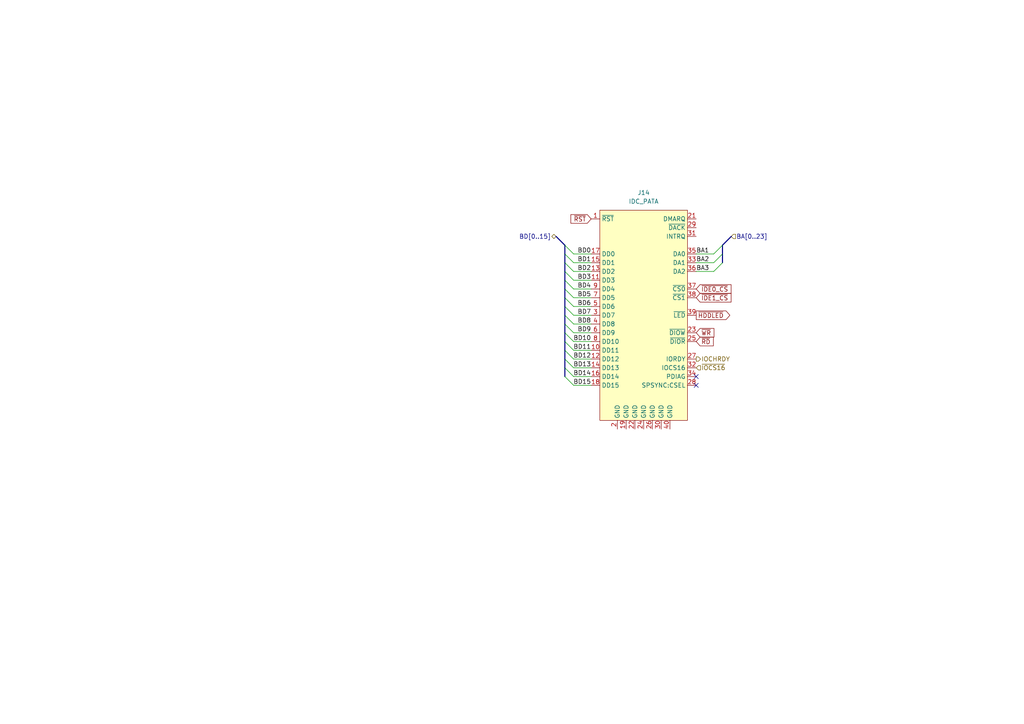
<source format=kicad_sch>
(kicad_sch (version 20231120) (generator "eeschema") (generator_version "8.0")
  (paper "A4")
  (lib_symbols
    (symbol "m68k-hbc-conn:IDC_PATA"
      (property "Reference" "J" (at 0 31.75 0))
      (property "Value" "IDC_PATA" (at 0 0 0))
      (symbol "IDC_PATA_1_1"
        (rectangle (start -12.7 30.48) (end 12.7 -30.48) (fill (type background)))
        (pin bidirectional line (at -15.24 27.94 0) (length 2.54) (name "~{RST}") (number "1"))
        (pin bidirectional line (at -15.24 -10.16 0) (length 2.54) (name "DD11") (number "10"))
        (pin bidirectional line (at -15.24 10.16 0) (length 2.54) (name "DD3") (number "11"))
        (pin bidirectional line (at -15.24 -12.7 0) (length 2.54) (name "DD12") (number "12"))
        (pin bidirectional line (at -15.24 12.7 0) (length 2.54) (name "DD2") (number "13"))
        (pin bidirectional line (at -15.24 -15.24 0) (length 2.54) (name "DD13") (number "14"))
        (pin bidirectional line (at -15.24 15.24 0) (length 2.54) (name "DD1") (number "15"))
        (pin bidirectional line (at -15.24 -17.78 0) (length 2.54) (name "DD14") (number "16"))
        (pin bidirectional line (at -15.24 17.78 0) (length 2.54) (name "DD0") (number "17"))
        (pin bidirectional line (at -15.24 -20.32 0) (length 2.54) (name "DD15") (number "18"))
        (pin power_in line (at -5.08 -33.02 90) (length 2.54) (name "GND") (number "19"))
        (pin power_in line (at -7.62 -33.02 90) (length 2.54) (name "GND") (number "2"))
        (pin output line (at 15.24 27.94 180) (length 2.54) (name "DMARQ") (number "21"))
        (pin power_in line (at -2.54 -33.02 90) (length 2.54) (name "GND") (number "22"))
        (pin input line (at 15.24 -5.08 180) (length 2.54) (name "~{DIOW}") (number "23"))
        (pin power_in line (at 0 -33.02 90) (length 2.54) (name "GND") (number "24"))
        (pin input line (at 15.24 -7.62 180) (length 2.54) (name "~{DIOR}") (number "25"))
        (pin power_in line (at 2.54 -33.02 90) (length 2.54) (name "GND") (number "26"))
        (pin output line (at 15.24 -12.7 180) (length 2.54) (name "IORDY") (number "27"))
        (pin output line (at 15.24 -20.32 180) (length 2.54) (name "SPSYNC:CSEL") (number "28"))
        (pin output line (at 15.24 25.4 180) (length 2.54) (name "~{DACK}") (number "29"))
        (pin bidirectional line (at -15.24 0 0) (length 2.54) (name "DD7") (number "3"))
        (pin power_in line (at 5.08 -33.02 90) (length 2.54) (name "GND") (number "30"))
        (pin output line (at 15.24 22.86 180) (length 2.54) (name "INTRQ") (number "31"))
        (pin output line (at 15.24 -15.24 180) (length 2.54) (name "IOCS16") (number "32"))
        (pin input line (at 15.24 15.24 180) (length 2.54) (name "DA1") (number "33"))
        (pin output line (at 15.24 -17.78 180) (length 2.54) (name "PDIAG") (number "34"))
        (pin input line (at 15.24 17.78 180) (length 2.54) (name "DA0") (number "35"))
        (pin input line (at 15.24 12.7 180) (length 2.54) (name "DA2") (number "36"))
        (pin input line (at 15.24 7.62 180) (length 2.54) (name "~{CS0}") (number "37"))
        (pin input line (at 15.24 5.08 180) (length 2.54) (name "~{CS1}") (number "38"))
        (pin output line (at 15.24 0 180) (length 2.54) (name "~{LED}") (number "39"))
        (pin bidirectional line (at -15.24 -2.54 0) (length 2.54) (name "DD8") (number "4"))
        (pin power_in line (at 7.62 -33.02 90) (length 2.54) (name "GND") (number "40"))
        (pin bidirectional line (at -15.24 2.54 0) (length 2.54) (name "DD6") (number "5"))
        (pin bidirectional line (at -15.24 -5.08 0) (length 2.54) (name "DD9") (number "6"))
        (pin bidirectional line (at -15.24 5.08 0) (length 2.54) (name "DD5") (number "7"))
        (pin bidirectional line (at -15.24 -7.62 0) (length 2.54) (name "DD10") (number "8"))
        (pin bidirectional line (at -15.24 7.62 0) (length 2.54) (name "DD4") (number "9"))
      )
    )
  )
  (no_connect (at 201.93 111.76))
  (no_connect (at 201.93 109.22))
  (bus_entry (at 166.37 101.6) (size -2.54 -2.54))
  (bus_entry (at 207.01 73.66) (size 2.54 -2.54))
  (bus_entry (at 166.37 83.82) (size -2.54 -2.54))
  (bus_entry (at 166.37 106.68) (size -2.54 -2.54))
  (bus_entry (at 166.37 76.2) (size -2.54 -2.54))
  (bus_entry (at 166.37 91.44) (size -2.54 -2.54))
  (bus_entry (at 166.37 81.28) (size -2.54 -2.54))
  (bus_entry (at 166.37 73.66) (size -2.54 -2.54))
  (bus_entry (at 166.37 111.76) (size -2.54 -2.54))
  (bus_entry (at 166.37 88.9) (size -2.54 -2.54))
  (bus_entry (at 166.37 93.98) (size -2.54 -2.54))
  (bus_entry (at 166.37 109.22) (size -2.54 -2.54))
  (bus_entry (at 166.37 86.36) (size -2.54 -2.54))
  (bus_entry (at 166.37 96.52) (size -2.54 -2.54))
  (bus_entry (at 166.37 104.14) (size -2.54 -2.54))
  (bus_entry (at 166.37 78.74) (size -2.54 -2.54))
  (bus_entry (at 207.01 78.74) (size 2.54 -2.54))
  (bus_entry (at 207.01 76.2) (size 2.54 -2.54))
  (bus_entry (at 166.37 99.06) (size -2.54 -2.54))
  (bus (pts (xy 163.83 78.74) (xy 163.83 76.2)))
  (wire (pts (xy 207.01 78.74) (xy 201.93 78.74)))
  (wire (pts (xy 166.37 96.52) (xy 171.45 96.52)))
  (bus (pts (xy 209.55 73.66) (xy 209.55 71.12)))
  (bus (pts (xy 163.83 106.68) (xy 163.83 104.14)))
  (wire (pts (xy 207.01 76.2) (xy 201.93 76.2)))
  (bus (pts (xy 163.83 101.6) (xy 163.83 99.06)))
  (wire (pts (xy 166.37 86.36) (xy 171.45 86.36)))
  (wire (pts (xy 166.37 109.22) (xy 171.45 109.22)))
  (bus (pts (xy 209.55 76.2) (xy 209.55 73.66)))
  (wire (pts (xy 166.37 104.14) (xy 171.45 104.14)))
  (bus (pts (xy 163.83 76.2) (xy 163.83 73.66)))
  (wire (pts (xy 166.37 106.68) (xy 171.45 106.68)))
  (wire (pts (xy 166.37 76.2) (xy 171.45 76.2)))
  (bus (pts (xy 163.83 104.14) (xy 163.83 101.6)))
  (wire (pts (xy 166.37 73.66) (xy 171.45 73.66)))
  (bus (pts (xy 163.83 73.66) (xy 163.83 71.12)))
  (bus (pts (xy 163.83 96.52) (xy 163.83 93.98)))
  (wire (pts (xy 166.37 91.44) (xy 171.45 91.44)))
  (wire (pts (xy 166.37 81.28) (xy 171.45 81.28)))
  (wire (pts (xy 166.37 88.9) (xy 171.45 88.9)))
  (bus (pts (xy 209.55 71.12) (xy 212.09 68.58)))
  (wire (pts (xy 166.37 99.06) (xy 171.45 99.06)))
  (bus (pts (xy 163.83 109.22) (xy 163.83 106.68)))
  (wire (pts (xy 166.37 78.74) (xy 171.45 78.74)))
  (bus (pts (xy 163.83 91.44) (xy 163.83 88.9)))
  (bus (pts (xy 163.83 88.9) (xy 163.83 86.36)))
  (bus (pts (xy 163.83 99.06) (xy 163.83 96.52)))
  (bus (pts (xy 163.83 81.28) (xy 163.83 78.74)))
  (wire (pts (xy 166.37 93.98) (xy 171.45 93.98)))
  (wire (pts (xy 207.01 73.66) (xy 201.93 73.66)))
  (bus (pts (xy 163.83 93.98) (xy 163.83 91.44)))
  (bus (pts (xy 163.83 86.36) (xy 163.83 83.82)))
  (bus (pts (xy 163.83 83.82) (xy 163.83 81.28)))
  (wire (pts (xy 166.37 101.6) (xy 171.45 101.6)))
  (bus (pts (xy 161.29 68.58) (xy 163.83 71.12)))
  (wire (pts (xy 166.37 83.82) (xy 171.45 83.82)))
  (wire (pts (xy 166.37 111.76) (xy 171.45 111.76)))
  (label "BD14" (at 171.45 109.22 180))
  (label "BD4" (at 171.45 83.82 180))
  (label "BD7" (at 171.45 91.44 180))
  (label "BD10" (at 171.45 99.06 180))
  (label "BD2" (at 171.45 78.74 180))
  (label "BD0" (at 171.45 73.66 180))
  (label "BD13" (at 171.45 106.68 180))
  (label "BD6" (at 171.45 88.9 180))
  (label "BD3" (at 171.45 81.28 180))
  (label "BD5" (at 171.45 86.36 180))
  (label "BD11" (at 171.45 101.6 180))
  (label "BA3" (at 201.93 78.74 0))
  (label "BD9" (at 171.45 96.52 180))
  (label "BD12" (at 171.45 104.14 180))
  (label "BA1" (at 201.93 73.66 0))
  (label "BD8" (at 171.45 93.98 180))
  (label "BD15" (at 171.45 111.76 180))
  (label "BD1" (at 171.45 76.2 180))
  (label "BA2" (at 201.93 76.2 0))
  (global_label "~{IDE0_CS}" (shape input) (at 201.93 83.82 0) (property "Intersheetrefs" "${INTERSHEET_REFS}" (effects (hide yes))))
  (global_label "~{WR}" (shape input) (at 201.93 96.52 0) (property "Intersheetrefs" "${INTERSHEET_REFS}" (effects (hide yes))))
  (global_label "~{RST}" (shape input) (at 171.45 63.5 180) (property "Intersheetrefs" "${INTERSHEET_REFS}" (effects (hide yes))))
  (global_label "~{RD}" (shape input) (at 201.93 99.06 0) (property "Intersheetrefs" "${INTERSHEET_REFS}" (effects (hide yes))))
  (global_label "~{IDE1_CS}" (shape input) (at 201.93 86.36 0) (property "Intersheetrefs" "${INTERSHEET_REFS}" (effects (hide yes))))
  (global_label "~{HDDLED}" (shape output) (at 201.93 91.44 0) (property "Intersheetrefs" "${INTERSHEET_REFS}" (effects (hide yes))))
  (hierarchical_label "BA[0..23]" (shape input) (at 212.09 68.58 0))
  (hierarchical_label "IOCHRDY" (shape output) (at 201.93 104.14 0))
  (hierarchical_label "~{IOCS16}" (shape input) (at 201.93 106.68 0))
  (hierarchical_label "BD[0..15]" (shape bidirectional) (at 161.29 68.58 180))
  (symbol (lib_id "m68k-hbc-conn:IDC_PATA") (at 186.69 91.44 0) (unit 1)
    (property "Reference" "J14" (at 186.69 55.88 0))
    (property "Value" "IDC_PATA" (at 186.69 58.42 0))
    (property "Footprint" "Connector_IDC:IDC-Header_2x20_P2.54mm_Vertical" (effects (hide yes)))
  )
)
</source>
